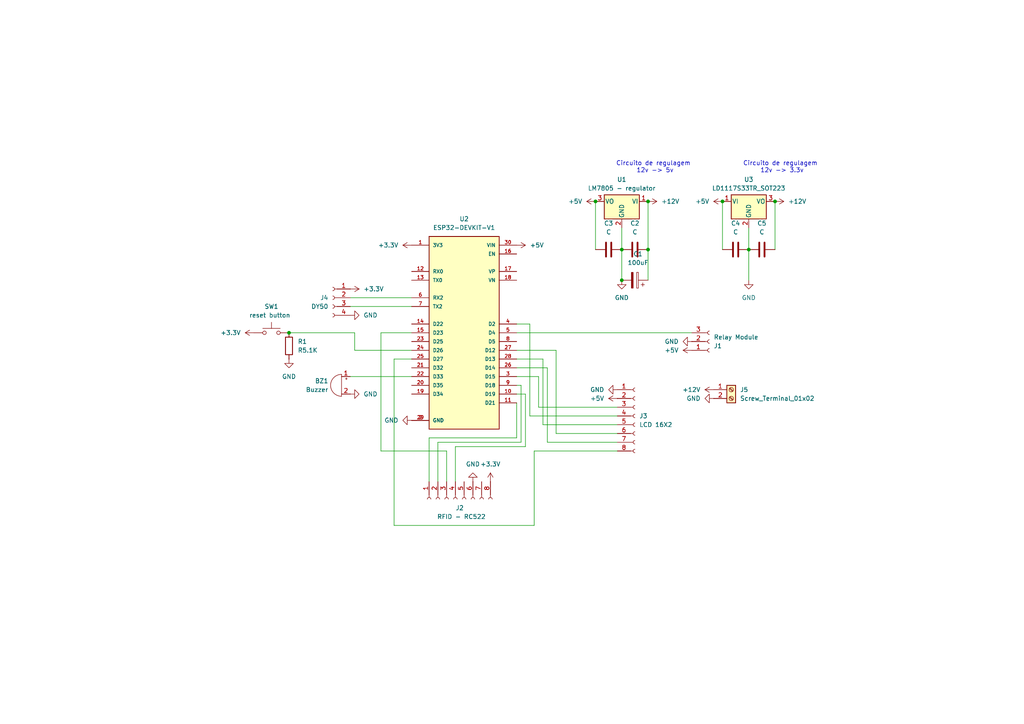
<source format=kicad_sch>
(kicad_sch (version 20231120) (generator "eeschema") (generator_version "8.0")
  (paper "A4")
  (lib_symbols
    (symbol "Conn_01x08_Socket_1" (pin_names (offset 1.016) hide)
      (property "Reference" "J3" (at 1.27 0.0001 0))
      (property "Value" " RFID - RC522" (at 1.27 -2.5399 0))
      (symbol "Conn_01x08_Socket_1_1_1"
        (arc (start 0 -9.652) (mid -0.5058 -10.16) (end 0 -10.668) (stroke (width 0.1524)))
        (arc (start 0 -7.112) (mid -0.5058 -7.62) (end 0 -8.128) (stroke (width 0.1524)))
        (arc (start 0 -4.572) (mid -0.5058 -5.08) (end 0 -5.588) (stroke (width 0.1524)))
        (arc (start 0 -2.032) (mid -0.5058 -2.54) (end 0 -3.048) (stroke (width 0.1524)))
        (polyline (pts (xy -1.27 -10.16) (xy -0.508 -10.16)) (stroke (width 0.1524)))
        (polyline (pts (xy -1.27 -7.62) (xy -0.508 -7.62)) (stroke (width 0.1524)))
        (polyline (pts (xy -1.27 -5.08) (xy -0.508 -5.08)) (stroke (width 0.1524)))
        (polyline (pts (xy -1.27 -2.54) (xy -0.508 -2.54)) (stroke (width 0.1524)))
        (polyline (pts (xy -1.27 0) (xy -0.508 0)) (stroke (width 0.1524)))
        (polyline (pts (xy -1.27 2.54) (xy -0.508 2.54)) (stroke (width 0.1524)))
        (polyline (pts (xy -1.27 5.08) (xy -0.508 5.08)) (stroke (width 0.1524)))
        (polyline (pts (xy -1.27 7.62) (xy -0.508 7.62)) (stroke (width 0.1524)))
        (arc (start 0 0.508) (mid -0.5058 0) (end 0 -0.508) (stroke (width 0.1524)))
        (arc (start 0 3.048) (mid -0.5058 2.54) (end 0 2.032) (stroke (width 0.1524)))
        (arc (start 0 5.588) (mid -0.5058 5.08) (end 0 4.572) (stroke (width 0.1524)))
        (arc (start 0 8.128) (mid -0.5058 7.62) (end 0 7.112) (stroke (width 0.1524)))
        (pin power_in line (at -5.08 7.62 0) (length 3.81) (name "VSS(GND)") (number "1"))
        (pin power_in line (at -5.08 5.08 0) (length 3.81) (name "VDD(5V)") (number "2"))
        (pin input line (at -5.08 2.54 0) (length 3.81) (name "RS") (number "3"))
        (pin input line (at -5.08 0 0) (length 3.81) (name "E") (number "4"))
        (pin input line (at -5.08 -2.54 0) (length 3.81) (name "D4") (number "5"))
        (pin input line (at -5.08 -5.08 0) (length 3.81) (name "D5") (number "6"))
        (pin input line (at -5.08 -7.62 0) (length 3.81) (name "D6") (number "7"))
        (pin input line (at -5.08 -10.16 0) (length 3.81) (name "D7") (number "8"))
      )
    )
    (symbol "Connector:Conn_01x03_Socket" (pin_names (offset 1.016) hide)
      (property "Reference" "J1" (at 1.27 1.2701 0))
      (property "Value" "Relay Module" (at 1.27 -1.2699 0))
      (symbol "Conn_01x03_Socket_1_1"
        (arc (start 0 -2.032) (mid -0.5058 -2.54) (end 0 -3.048) (stroke (width 0.1524)))
        (polyline (pts (xy -1.27 -2.54) (xy -0.508 -2.54)) (stroke (width 0.1524)))
        (polyline (pts (xy -1.27 0) (xy -0.508 0)) (stroke (width 0.1524)))
        (polyline (pts (xy -1.27 2.54) (xy -0.508 2.54)) (stroke (width 0.1524)))
        (arc (start 0 0.508) (mid -0.5058 0) (end 0 -0.508) (stroke (width 0.1524)))
        (arc (start 0 3.048) (mid -0.5058 2.54) (end 0 2.032) (stroke (width 0.1524)))
        (pin power_in line (at -5.08 2.54 0) (length 3.81) (name "5V") (number "1"))
        (pin power_in line (at -5.08 0 0) (length 3.81) (name "GND") (number "2"))
        (pin input line (at -5.08 -2.54 0) (length 3.81) (name "IN") (number "3"))
      )
    )
    (symbol "Connector:Conn_01x04_Socket" (pin_names (offset 1.016) hide)
      (property "Reference" "J4" (at 1.27 0.0001 0))
      (property "Value" "DY50" (at 1.27 -2.5399 0))
      (symbol "Conn_01x04_Socket_1_1"
        (arc (start 0 -4.572) (mid -0.5058 -5.08) (end 0 -5.588) (stroke (width 0.1524)))
        (arc (start 0 -2.032) (mid -0.5058 -2.54) (end 0 -3.048) (stroke (width 0.1524)))
        (polyline (pts (xy -1.27 -5.08) (xy -0.508 -5.08)) (stroke (width 0.1524)))
        (polyline (pts (xy -1.27 -2.54) (xy -0.508 -2.54)) (stroke (width 0.1524)))
        (polyline (pts (xy -1.27 0) (xy -0.508 0)) (stroke (width 0.1524)))
        (polyline (pts (xy -1.27 2.54) (xy -0.508 2.54)) (stroke (width 0.1524)))
        (arc (start 0 0.508) (mid -0.5058 0) (end 0 -0.508) (stroke (width 0.1524)))
        (arc (start 0 3.048) (mid -0.5058 2.54) (end 0 2.032) (stroke (width 0.1524)))
        (pin power_in line (at -5.08 2.54 0) (length 3.81) (name "3.3V") (number "1"))
        (pin input line (at -5.08 0 0) (length 3.81) (name "TX") (number "2"))
        (pin input line (at -5.08 -2.54 0) (length 3.81) (name "RX") (number "3"))
        (pin power_in line (at -5.08 -5.08 0) (length 3.81) (name "GND") (number "4"))
      )
    )
    (symbol "Connector:Conn_01x08_Socket" (pin_names (offset 1.016) hide)
      (property "Reference" "J2" (at 1.27 0.0001 0))
      (property "Value" " RFID - RC522" (at 1.27 -2.5399 0))
      (symbol "Conn_01x08_Socket_1_1"
        (arc (start 0 -9.652) (mid -0.5058 -10.16) (end 0 -10.668) (stroke (width 0.1524)))
        (arc (start 0 -7.112) (mid -0.5058 -7.62) (end 0 -8.128) (stroke (width 0.1524)))
        (arc (start 0 -4.572) (mid -0.5058 -5.08) (end 0 -5.588) (stroke (width 0.1524)))
        (arc (start 0 -2.032) (mid -0.5058 -2.54) (end 0 -3.048) (stroke (width 0.1524)))
        (polyline (pts (xy -1.27 -10.16) (xy -0.508 -10.16)) (stroke (width 0.1524)))
        (polyline (pts (xy -1.27 -7.62) (xy -0.508 -7.62)) (stroke (width 0.1524)))
        (polyline (pts (xy -1.27 -5.08) (xy -0.508 -5.08)) (stroke (width 0.1524)))
        (polyline (pts (xy -1.27 -2.54) (xy -0.508 -2.54)) (stroke (width 0.1524)))
        (polyline (pts (xy -1.27 0) (xy -0.508 0)) (stroke (width 0.1524)))
        (polyline (pts (xy -1.27 2.54) (xy -0.508 2.54)) (stroke (width 0.1524)))
        (polyline (pts (xy -1.27 5.08) (xy -0.508 5.08)) (stroke (width 0.1524)))
        (polyline (pts (xy -1.27 7.62) (xy -0.508 7.62)) (stroke (width 0.1524)))
        (arc (start 0 0.508) (mid -0.5058 0) (end 0 -0.508) (stroke (width 0.1524)))
        (arc (start 0 3.048) (mid -0.5058 2.54) (end 0 2.032) (stroke (width 0.1524)))
        (arc (start 0 5.588) (mid -0.5058 5.08) (end 0 4.572) (stroke (width 0.1524)))
        (arc (start 0 8.128) (mid -0.5058 7.62) (end 0 7.112) (stroke (width 0.1524)))
        (pin output line (at -5.08 7.62 0) (length 3.81) (name "SDA") (number "1"))
        (pin output line (at -5.08 5.08 0) (length 3.81) (name "SCK") (number "2"))
        (pin output line (at -5.08 2.54 0) (length 3.81) (name "MOSI") (number "3"))
        (pin output line (at -5.08 0 0) (length 3.81) (name "MISO") (number "4"))
        (pin output line (at -5.08 -2.54 0) (length 3.81) (name "IRQ") (number "5"))
        (pin power_in line (at -5.08 -5.08 0) (length 3.81) (name "GND") (number "6"))
        (pin passive line (at -5.08 -7.62 0) (length 3.81) (name "RST") (number "7"))
        (pin power_in line (at -5.08 -10.16 0) (length 3.81) (name "3.3V") (number "8"))
      )
    )
    (symbol "Connector:Screw_Terminal_01x02" (pin_names (offset 1.016) hide)
      (property "Reference" "J" (at 0 2.54 0))
      (property "Value" "Screw_Terminal_01x02" (at 0 -5.08 0))
      (symbol "Screw_Terminal_01x02_1_1"
        (rectangle (start -1.27 1.27) (end 1.27 -3.81) (stroke (width 0.254)) (fill (type background)))
        (circle (center 0 -2.54) (radius 0.635) (stroke (width 0.1524)))
        (polyline (pts (xy -0.5334 -2.2098) (xy 0.3302 -3.048)) (stroke (width 0.1524)))
        (polyline (pts (xy -0.5334 0.3302) (xy 0.3302 -0.508)) (stroke (width 0.1524)))
        (polyline (pts (xy -0.3556 -2.032) (xy 0.508 -2.8702)) (stroke (width 0.1524)))
        (polyline (pts (xy -0.3556 0.508) (xy 0.508 -0.3302)) (stroke (width 0.1524)))
        (circle (center 0 0) (radius 0.635) (stroke (width 0.1524)))
        (pin passive line (at -5.08 0 0) (length 3.81) (name "Pin_1") (number "1"))
        (pin passive line (at -5.08 -2.54 0) (length 3.81) (name "Pin_2") (number "2"))
      )
    )
    (symbol "Device:Buzzer" (pin_names (offset 0.0254) hide)
      (property "Reference" "BZ" (at 3.81 1.27 0))
      (property "Value" "Buzzer" (at 3.81 -1.27 0))
      (symbol "Buzzer_0_1"
        (arc (start 0 -3.175) (mid 3.1612 0) (end 0 3.175))
        (polyline (pts (xy -1.651 1.905) (xy -1.143 1.905)))
        (polyline (pts (xy -1.397 2.159) (xy -1.397 1.651)))
        (polyline (pts (xy 0 3.175) (xy 0 -3.175)))
      )
      (symbol "Buzzer_1_1"
        (pin passive line (at -2.54 2.54 0) (length 2.54) (name "+") (number "1"))
        (pin passive line (at -2.54 -2.54 0) (length 2.54) (name "-") (number "2"))
      )
    )
    (symbol "Device:C" (pin_numbers hide) (pin_names (offset 0.254))
      (property "Reference" "C" (at 0.635 2.54 0))
      (property "Value" "C" (at 0.635 -2.54 0))
      (symbol "C_0_1"
        (polyline (pts (xy -2.032 -0.762) (xy 2.032 -0.762)) (stroke (width 0.508)))
        (polyline (pts (xy -2.032 0.762) (xy 2.032 0.762)) (stroke (width 0.508)))
      )
      (symbol "C_1_1"
        (pin passive line (at 0 3.81 270) (length 2.794) (name "~") (number "1"))
        (pin passive line (at 0 -3.81 90) (length 2.794) (name "~") (number "2"))
      )
    )
    (symbol "Device:C_Polarized" (pin_numbers hide) (pin_names (offset 0.254))
      (property "Reference" "C" (at 0.635 2.54 0))
      (property "Value" "C_Polarized" (at 0.635 -2.54 0))
      (symbol "C_Polarized_0_1"
        (rectangle (start -2.286 0.508) (end 2.286 1.016))
        (polyline (pts (xy -1.778 2.286) (xy -0.762 2.286)))
        (polyline (pts (xy -1.27 2.794) (xy -1.27 1.778)))
        (rectangle (start 2.286 -0.508) (end -2.286 -1.016) (fill (type outline)))
      )
      (symbol "C_Polarized_1_1"
        (pin passive line (at 0 3.81 270) (length 2.794) (name "~") (number "1"))
        (pin passive line (at 0 -3.81 90) (length 2.794) (name "~") (number "2"))
      )
    )
    (symbol "Device:R" (pin_numbers hide) (pin_names (offset 0))
      (property "Reference" "R" (at 2.032 0 90))
      (property "Value" "R" (at 0 0 90))
      (symbol "R_0_1"
        (rectangle (start -1.016 -2.54) (end 1.016 2.54) (stroke (width 0.254)))
      )
      (symbol "R_1_1"
        (pin passive line (at 0 3.81 270) (length 1.27) (name "~") (number "1"))
        (pin passive line (at 0 -3.81 90) (length 1.27) (name "~") (number "2"))
      )
    )
    (symbol "ESP32-DEVKIT-V1:ESP32-DEVKIT-V1" (pin_names (offset 1.016))
      (property "Reference" "U" (at -10.16 30.48 0))
      (property "Value" "ESP32-DEVKIT-V1" (at -10.16 -30.48 0))
      (symbol "ESP32-DEVKIT-V1_0_0"
        (rectangle (start -10.16 -27.94) (end 10.16 27.94) (stroke (width 0.254)) (fill (type background)))
        (pin output line (at 15.24 25.4 180) (length 5.08) (name "3V3") (number "1"))
        (pin bidirectional line (at -15.24 -17.78 0) (length 5.08) (name "D19") (number "10"))
        (pin bidirectional line (at -15.24 -20.32 0) (length 5.08) (name "D21") (number "11"))
        (pin input line (at 15.24 17.78 180) (length 5.08) (name "RX0") (number "12"))
        (pin output line (at 15.24 15.24 180) (length 5.08) (name "TX0") (number "13"))
        (pin bidirectional line (at 15.24 2.54 180) (length 5.08) (name "D22") (number "14"))
        (pin bidirectional line (at 15.24 0 180) (length 5.08) (name "D23") (number "15"))
        (pin input line (at -15.24 22.86 0) (length 5.08) (name "EN") (number "16"))
        (pin bidirectional line (at -15.24 17.78 0) (length 5.08) (name "VP") (number "17"))
        (pin bidirectional line (at -15.24 15.24 0) (length 5.08) (name "VN") (number "18"))
        (pin bidirectional line (at 15.24 -17.78 180) (length 5.08) (name "D34") (number "19"))
        (pin power_in line (at 15.24 -25.4 180) (length 5.08) (name "GND") (number "2"))
        (pin bidirectional line (at 15.24 -15.24 180) (length 5.08) (name "D35") (number "20"))
        (pin bidirectional line (at 15.24 -10.16 180) (length 5.08) (name "D32") (number "21"))
        (pin bidirectional line (at 15.24 -12.7 180) (length 5.08) (name "D33") (number "22"))
        (pin bidirectional line (at 15.24 -2.54 180) (length 5.08) (name "D25") (number "23"))
        (pin bidirectional line (at 15.24 -5.08 180) (length 5.08) (name "D26") (number "24"))
        (pin bidirectional line (at 15.24 -7.62 180) (length 5.08) (name "D27") (number "25"))
        (pin bidirectional line (at -15.24 -10.16 0) (length 5.08) (name "D14") (number "26"))
        (pin bidirectional line (at -15.24 -5.08 0) (length 5.08) (name "D12") (number "27"))
        (pin bidirectional line (at -15.24 -7.62 0) (length 5.08) (name "D13") (number "28"))
        (pin power_in line (at 15.24 -25.4 180) (length 5.08) (name "GND") (number "29"))
        (pin bidirectional line (at -15.24 -12.7 0) (length 5.08) (name "D15") (number "3"))
        (pin input line (at -15.24 25.4 0) (length 5.08) (name "VIN") (number "30"))
        (pin bidirectional line (at -15.24 2.54 0) (length 5.08) (name "D2") (number "4"))
        (pin bidirectional line (at -15.24 0 0) (length 5.08) (name "D4") (number "5"))
        (pin input line (at 15.24 10.16 180) (length 5.08) (name "RX2") (number "6"))
        (pin output line (at 15.24 7.62 180) (length 5.08) (name "TX2") (number "7"))
        (pin bidirectional line (at -15.24 -2.54 0) (length 5.08) (name "D5") (number "8"))
        (pin bidirectional line (at -15.24 -15.24 0) (length 5.08) (name "D18") (number "9"))
      )
    )
    (symbol "Regulator_Linear:LM7805_TO220" (pin_names (offset 0.254))
      (property "Reference" "U" (at -3.81 3.175 0))
      (property "Value" "LM7805_TO220" (at 0 3.175 0))
      (symbol "LM7805_TO220_0_1"
        (rectangle (start -5.08 1.905) (end 5.08 -5.08) (stroke (width 0.254)) (fill (type background)))
      )
      (symbol "LM7805_TO220_1_1"
        (pin power_in line (at -7.62 0 0) (length 2.54) (name "VI") (number "1"))
        (pin power_in line (at 0 -7.62 90) (length 2.54) (name "GND") (number "2"))
        (pin power_out line (at 7.62 0 180) (length 2.54) (name "VO") (number "3"))
      )
    )
    (symbol "Switch:SW_Push" (pin_numbers hide) (pin_names (offset 1.016) hide)
      (property "Reference" "SW" (at 1.27 2.54 0))
      (property "Value" "SW_Push" (at 0 -1.524 0))
      (symbol "SW_Push_0_1"
        (circle (center -2.032 0) (radius 0.508))
        (polyline (pts (xy 0 1.27) (xy 0 3.048)))
        (polyline (pts (xy 2.54 1.27) (xy -2.54 1.27)))
        (circle (center 2.032 0) (radius 0.508))
        (pin passive line (at -5.08 0 0) (length 2.54) (name "1") (number "1"))
        (pin passive line (at 5.08 0 180) (length 2.54) (name "2") (number "2"))
      )
    )
    (symbol "power:+12V" (power) (pin_numbers hide) (pin_names (offset 0) hide)
      (property "Value" "+12V" (at 0 3.556 0))
      (symbol "+12V_0_1"
        (polyline (pts (xy -0.762 1.27) (xy 0 2.54)))
        (polyline (pts (xy 0 0) (xy 0 2.54)))
        (polyline (pts (xy 0 2.54) (xy 0.762 1.27)))
      )
      (symbol "+12V_1_1"
        (pin power_in line (at 0 0 90) (length 0) (name "~") (number "1"))
      )
    )
    (symbol "power:+3.3V" (power) (pin_numbers hide) (pin_names (offset 0) hide)
      (property "Value" "+3.3V" (at 0 3.556 0))
      (symbol "+3.3V_0_1"
        (polyline (pts (xy -0.762 1.27) (xy 0 2.54)))
        (polyline (pts (xy 0 0) (xy 0 2.54)))
        (polyline (pts (xy 0 2.54) (xy 0.762 1.27)))
      )
      (symbol "+3.3V_1_1"
        (pin power_in line (at 0 0 90) (length 0) (name "~") (number "1"))
      )
    )
    (symbol "power:+5V" (power) (pin_numbers hide) (pin_names (offset 0) hide)
      (property "Value" "+5V" (at 0 3.556 0))
      (symbol "+5V_0_1"
        (polyline (pts (xy -0.762 1.27) (xy 0 2.54)))
        (polyline (pts (xy 0 0) (xy 0 2.54)))
        (polyline (pts (xy 0 2.54) (xy 0.762 1.27)))
      )
      (symbol "+5V_1_1"
        (pin power_in line (at 0 0 90) (length 0) (name "~") (number "1"))
      )
    )
    (symbol "power:GND" (power) (pin_numbers hide) (pin_names (offset 0) hide)
      (property "Value" "GND" (at 0 -3.81 0))
      (symbol "GND_0_1"
        (polyline (pts (xy 0 0) (xy 0 -1.27) (xy 1.27 -1.27) (xy 0 -2.54) (xy -1.27 -1.27) (xy 0 -1.27)))
      )
      (symbol "GND_1_1"
        (pin power_in line (at 0 0 270) (length 0) (name "~") (number "1"))
      )
    )
  )
  (junction (at 209.55 58.42))
  (junction (at 187.96 58.42))
  (junction (at 224.79 58.42))
  (junction (at 180.34 72.39))
  (junction (at 187.96 72.39))
  (junction (at 180.34 81.28))
  (junction (at 217.17 72.39))
  (junction (at 83.82 96.52))
  (junction (at 172.72 58.42))
  (wire (pts (xy 110.49 130.81) (xy 129.54 130.81)))
  (wire (pts (xy 187.96 72.39) (xy 187.96 81.28)))
  (wire (pts (xy 180.34 66.04) (xy 180.34 72.39)))
  (wire (pts (xy 119.38 96.52) (xy 110.49 96.52)))
  (wire (pts (xy 158.75 106.68) (xy 149.86 106.68)))
  (wire (pts (xy 114.3 104.14) (xy 119.38 104.14)))
  (wire (pts (xy 149.86 127) (xy 124.46 127)))
  (wire (pts (xy 180.34 72.39) (xy 180.34 81.28)))
  (wire (pts (xy 156.21 118.11) (xy 156.21 109.22)))
  (wire (pts (xy 153.67 93.98) (xy 149.86 93.98)))
  (wire (pts (xy 154.94 130.81) (xy 154.94 152.4)))
  (wire (pts (xy 124.46 127) (xy 124.46 139.7)))
  (wire (pts (xy 127 128.27) (xy 127 139.7)))
  (wire (pts (xy 83.82 96.52) (xy 102.87 96.52)))
  (wire (pts (xy 179.07 120.65) (xy 153.67 120.65)))
  (wire (pts (xy 161.29 125.73) (xy 161.29 101.6)))
  (wire (pts (xy 217.17 72.39) (xy 217.17 81.28)))
  (wire (pts (xy 114.3 152.4) (xy 114.3 104.14)))
  (wire (pts (xy 179.07 118.11) (xy 156.21 118.11)))
  (wire (pts (xy 101.6 109.22) (xy 119.38 109.22)))
  (wire (pts (xy 101.6 88.9) (xy 119.38 88.9)))
  (wire (pts (xy 156.21 109.22) (xy 149.86 109.22)))
  (wire (pts (xy 161.29 125.73) (xy 179.07 125.73)))
  (wire (pts (xy 149.86 96.52) (xy 200.66 96.52)))
  (wire (pts (xy 102.87 96.52) (xy 102.87 101.6)))
  (wire (pts (xy 172.72 58.42) (xy 172.72 72.39)))
  (wire (pts (xy 152.4 129.54) (xy 132.08 129.54)))
  (wire (pts (xy 149.86 114.3) (xy 152.4 114.3)))
  (wire (pts (xy 110.49 96.52) (xy 110.49 130.81)))
  (wire (pts (xy 157.48 123.19) (xy 157.48 104.14)))
  (wire (pts (xy 179.07 128.27) (xy 158.75 128.27)))
  (wire (pts (xy 187.96 58.42) (xy 187.96 72.39)))
  (wire (pts (xy 149.86 116.84) (xy 149.86 127)))
  (wire (pts (xy 224.79 58.42) (xy 224.79 72.39)))
  (wire (pts (xy 151.13 128.27) (xy 127 128.27)))
  (wire (pts (xy 149.86 111.76) (xy 151.13 111.76)))
  (wire (pts (xy 179.07 130.81) (xy 154.94 130.81)))
  (wire (pts (xy 157.48 104.14) (xy 149.86 104.14)))
  (wire (pts (xy 179.07 123.19) (xy 157.48 123.19)))
  (wire (pts (xy 161.29 101.6) (xy 149.86 101.6)))
  (wire (pts (xy 154.94 152.4) (xy 114.3 152.4)))
  (wire (pts (xy 151.13 111.76) (xy 151.13 128.27)))
  (wire (pts (xy 101.6 86.36) (xy 119.38 86.36)))
  (wire (pts (xy 153.67 120.65) (xy 153.67 93.98)))
  (wire (pts (xy 209.55 58.42) (xy 209.55 72.39)))
  (wire (pts (xy 132.08 129.54) (xy 132.08 139.7)))
  (wire (pts (xy 102.87 101.6) (xy 119.38 101.6)))
  (wire (pts (xy 158.75 128.27) (xy 158.75 106.68)))
  (wire (pts (xy 129.54 130.81) (xy 129.54 139.7)))
  (wire (pts (xy 217.17 66.04) (xy 217.17 72.39)))
  (wire (pts (xy 152.4 114.3) (xy 152.4 129.54)))
  (text "Circuito de regulagem \n12v -> 3.3v" (at 226.822 48.514 0) (effects (font (size 1.27 1.27))))
  (text "Circuito de regulagem \n12v -> 5v" (at 189.992 48.514 0) (effects (font (size 1.27 1.27))))
  (symbol (lib_id "Device:C_Polarized") (at 184.15 81.28 270) (mirror x) (unit 1)
    (property "Reference" "C1" (at 185.039 73.66 90))
    (property "Value" "100uF" (at 185.039 76.2 90))
    (property "Footprint" "Capacitor_THT:CP_Radial_D6.3mm_P2.50mm" (effects (hide yes)))
    (property "Description" "Polarized capacitor" (effects (hide yes)))
  )
  (symbol (lib_id "power:+5V") (at 149.86 71.12 270) (unit 1)
    (property "Reference" "#PWR04" (effects (hide yes)))
    (property "Value" "+5V" (at 153.67 71.1199 90) (effects (justify left)))
    (property "Description" "Power symbol creates a global label with name \"+5V\"" (effects (hide yes)))
  )
  (symbol (lib_id "Connector:Conn_01x03_Socket") (at 205.74 99.06 0) (mirror x) (unit 1)
    (property "Reference" "J1" (at 207.01 100.3301 0) (effects (justify left)))
    (property "Value" "Relay Module" (at 207.01 97.7901 0) (effects (justify left)))
    (property "Footprint" "Connector_JST:JST_XH_B3B-XH-A_1x03_P2.50mm_Vertical" (effects (hide yes)))
    (property "Description" "Generic connector, single row, 01x03, script generated" (effects (hide yes)))
  )
  (symbol (lib_id "Device:R") (at 83.82 100.33 180) (unit 1)
    (property "Reference" "R1" (at 86.36 99.0599 0) (effects (justify right)))
    (property "Value" "R5.1K" (at 86.36 101.5999 0) (effects (justify right)))
    (property "Footprint" "Resistor_THT:R_Axial_DIN0204_L3.6mm_D1.6mm_P7.62mm_Horizontal" (effects (hide yes)))
    (property "Description" "Resistor" (effects (hide yes)))
  )
  (symbol (lib_id "power:+3.3V") (at 119.38 71.12 90) (unit 1)
    (property "Reference" "#PWR012" (effects (hide yes)))
    (property "Value" "+3.3V" (at 115.57 71.1199 90) (effects (justify left)))
    (property "Description" "Power symbol creates a global label with name \"+3.3V\"" (effects (hide yes)))
  )
  (symbol (lib_id "Device:Buzzer") (at 99.06 111.76 0) (mirror y) (unit 1)
    (property "Reference" "BZ1" (at 95.25 110.4899 0) (effects (justify left)))
    (property "Value" "Buzzer" (at 95.25 113.0299 0) (effects (justify left)))
    (property "Footprint" "Buzzer_Beeper:Buzzer_12x9.5RM7.6" (effects (hide yes)))
    (property "Description" "Buzzer, polarized" (effects (hide yes)))
  )
  (symbol (lib_id "power:+3.3V") (at 101.6 83.82 270) (unit 1)
    (property "Reference" "#PWR02" (effects (hide yes)))
    (property "Value" "+3.3V" (at 105.41 83.8199 90) (effects (justify left)))
    (property "Description" "Power symbol creates a global label with name \"+3.3V\"" (effects (hide yes)))
  )
  (symbol (lib_id "Connector:Screw_Terminal_01x02") (at 212.09 113.03 0) (unit 1)
    (property "Reference" "J5" (at 214.63 113.0299 0) (effects (justify left)))
    (property "Value" "Screw_Terminal_01x02" (at 214.63 115.5699 0) (effects (justify left)))
    (property "Footprint" "TerminalBlock_MetzConnect:TerminalBlock_MetzConnect_Type094_RT03502HBLU_1x02_P5.00mm_Horizontal" (effects (hide yes)))
    (property "Description" "Generic screw terminal, single row, 01x02, script generated (kicad-library-utils/schlib/autogen/connector/)" (effects (hide yes)))
  )
  (symbol (lib_id "power:GND") (at 83.82 104.14 0) (mirror y) (unit 1)
    (property "Reference" "#PWR014" (effects (hide yes)))
    (property "Value" "GND" (at 83.82 109.22 0))
    (property "Description" "Power symbol creates a global label with name \"GND\" , ground" (effects (hide yes)))
  )
  (symbol (lib_name "Conn_01x08_Socket_1") (lib_id "Connector:Conn_01x08_Socket") (at 184.15 120.65 0) (unit 1)
    (property "Reference" "J3" (at 185.42 120.6499 0) (effects (justify left)))
    (property "Value" "LCD 16X2" (at 185.42 123.1899 0) (effects (justify left)))
    (property "Footprint" "Connector_JST:JST_XH_B8B-XH-A_1x08_P2.50mm_Vertical" (effects (hide yes)))
    (property "Description" "Generic connector, single row, 01x08, script generated, Conn_01x08_Socket" (effects (hide yes)))
  )
  (symbol (lib_id "Device:C") (at 220.98 72.39 90) (mirror x) (unit 1)
    (property "Reference" "C5" (at 220.98 64.77 90))
    (property "Value" "C" (at 220.98 67.31 90))
    (property "Footprint" "Capacitor_THT:C_Radial_D6.3mm_H7.0mm_P2.50mm" (effects (hide yes)))
    (property "Description" "Unpolarized capacitor" (effects (hide yes)))
  )
  (symbol (lib_id "power:+3.3V") (at 73.66 96.52 90) (mirror x) (unit 1)
    (property "Reference" "#PWR015" (effects (hide yes)))
    (property "Value" "+3.3V" (at 69.85 96.5199 90) (effects (justify left)))
    (property "Description" "Power symbol creates a global label with name \"+3.3V\"" (effects (hide yes)))
  )
  (symbol (lib_id "Connector:Conn_01x04_Socket") (at 96.52 86.36 0) (mirror y) (unit 1)
    (property "Reference" "J4" (at 95.25 86.3599 0) (effects (justify left)))
    (property "Value" "DY50" (at 95.25 88.8999 0) (effects (justify left)))
    (property "Footprint" "Connector_JST:JST_XH_B4B-XH-A_1x04_P2.50mm_Vertical" (effects (hide yes)))
    (property "Description" "Generic connector, single row, 01x04, script generated" (effects (hide yes)))
  )
  (symbol (lib_id "Device:C") (at 213.36 72.39 90) (mirror x) (unit 1)
    (property "Reference" "C4" (at 213.36 64.77 90))
    (property "Value" "C" (at 213.36 67.31 90))
    (property "Footprint" "Capacitor_THT:C_Radial_D6.3mm_H7.0mm_P2.50mm" (effects (hide yes)))
    (property "Description" "Unpolarized capacitor" (effects (hide yes)))
  )
  (symbol (lib_id "Device:C") (at 176.53 72.39 90) (mirror x) (unit 1)
    (property "Reference" "C3" (at 176.53 64.77 90))
    (property "Value" "C" (at 176.53 67.31 90))
    (property "Footprint" "Capacitor_THT:C_Radial_D6.3mm_H7.0mm_P2.50mm" (effects (hide yes)))
    (property "Description" "Unpolarized capacitor" (effects (hide yes)))
  )
  (symbol (lib_id "power:+3.3V") (at 142.24 139.7 0) (unit 1)
    (property "Reference" "#PWR011" (effects (hide yes)))
    (property "Value" "+3.3V" (at 142.24 134.62 0))
    (property "Description" "Power symbol creates a global label with name \"+3.3V\"" (effects (hide yes)))
  )
  (symbol (lib_id "power:+12V") (at 187.96 58.42 270) (unit 1)
    (property "Reference" "#PWR05" (effects (hide yes)))
    (property "Value" "+12V" (at 191.77 58.4199 90) (effects (justify left)))
    (property "Description" "Power symbol creates a global label with name \"+12V\"" (effects (hide yes)))
  )
  (symbol (lib_id "power:+5V") (at 200.66 101.6 90) (unit 1)
    (property "Reference" "#PWR07" (effects (hide yes)))
    (property "Value" "+5V" (at 196.85 101.6001 90) (effects (justify left)))
    (property "Description" "Power symbol creates a global label with name \"+5V\"" (effects (hide yes)))
  )
  (symbol (lib_id "power:+5V") (at 172.72 58.42 90) (unit 1)
    (property "Reference" "#PWR03" (effects (hide yes)))
    (property "Value" "+5V" (at 168.91 58.4199 90) (effects (justify left)))
    (property "Description" "Power symbol creates a global label with name \"+5V\"" (effects (hide yes)))
  )
  (symbol (lib_id "power:GND") (at 200.66 99.06 270) (unit 1)
    (property "Reference" "#PWR08" (effects (hide yes)))
    (property "Value" "GND" (at 196.85 99.0601 90) (effects (justify right)))
    (property "Description" "Power symbol creates a global label with name \"GND\" , ground" (effects (hide yes)))
  )
  (symbol (lib_id "power:GND") (at 207.01 115.57 270) (unit 1)
    (property "Reference" "#PWR022" (effects (hide yes)))
    (property "Value" "GND" (at 203.2 115.5699 90) (effects (justify right)))
    (property "Description" "Power symbol creates a global label with name \"GND\" , ground" (effects (hide yes)))
  )
  (symbol (lib_id "power:GND") (at 137.16 139.7 180) (unit 1)
    (property "Reference" "#PWR010" (effects (hide yes)))
    (property "Value" "GND" (at 137.16 134.62 0))
    (property "Description" "Power symbol creates a global label with name \"GND\" , ground" (effects (hide yes)))
  )
  (symbol (lib_id "power:+5V") (at 179.07 115.57 90) (unit 1)
    (property "Reference" "#PWR017" (effects (hide yes)))
    (property "Value" "+5V" (at 175.26 115.5699 90) (effects (justify left)))
    (property "Description" "Power symbol creates a global label with name \"+5V\"" (effects (hide yes)))
  )
  (symbol (lib_id "power:GND") (at 180.34 81.28 0) (unit 1)
    (property "Reference" "#PWR06" (effects (hide yes)))
    (property "Value" "GND" (at 180.34 86.36 0))
    (property "Description" "Power symbol creates a global label with name \"GND\" , ground" (effects (hide yes)))
  )
  (symbol (lib_id "power:+12V") (at 224.79 58.42 270) (unit 1)
    (property "Reference" "#PWR020" (effects (hide yes)))
    (property "Value" "+12V" (at 228.6 58.4199 90) (effects (justify left)))
    (property "Description" "Power symbol creates a global label with name \"+12V\"" (effects (hide yes)))
  )
  (symbol (lib_id "Connector:Conn_01x08_Socket") (at 132.08 144.78 90) (mirror x) (unit 1)
    (property "Reference" "J2" (at 133.35 147.32 90))
    (property "Value" " RFID - RC522" (at 133.35 149.86 90))
    (property "Footprint" "Connector_JST:JST_XH_B8B-XH-A_1x08_P2.50mm_Vertical" (effects (hide yes)))
    (property "Description" "Generic connector, single row, 01x08, script generated, Conn_01x08_Socket" (effects (hide yes)))
  )
  (symbol (lib_id "Regulator_Linear:LM7805_TO220") (at 217.17 58.42 0) (unit 1)
    (property "Reference" "U3" (at 217.17 52.07 0))
    (property "Value" "LD1117S33TR_SOT223" (at 217.17 54.61 0))
    (property "Footprint" "Package_TO_SOT_THT:TO-220-3_Vertical" (effects (hide yes)))
    (property "Datasheet" "https://www.onsemi.cn/PowerSolutions/document/MC7800-D.PDF" (effects (hide yes)))
    (property "Description" "Positive 1A 35V Linear Regulator, Fixed Output 5V, TO-220" (effects (hide yes)))
  )
  (symbol (lib_id "power:GND") (at 101.6 114.3 90) (unit 1)
    (property "Reference" "#PWR013" (effects (hide yes)))
    (property "Value" "GND" (at 105.41 114.2999 90) (effects (justify right)))
    (property "Description" "Power symbol creates a global label with name \"GND\" , ground" (effects (hide yes)))
  )
  (symbol (lib_id "power:GND") (at 101.6 91.44 90) (unit 1)
    (property "Reference" "#PWR01" (effects (hide yes)))
    (property "Value" "GND" (at 105.41 91.4399 90) (effects (justify right)))
    (property "Description" "Power symbol creates a global label with name \"GND\" , ground" (effects (hide yes)))
  )
  (symbol (lib_id "ESP32-DEVKIT-V1:ESP32-DEVKIT-V1") (at 134.62 96.52 0) (mirror y) (unit 1)
    (property "Reference" "U2" (at 134.62 63.5 0))
    (property "Value" "ESP32-DEVKIT-V1" (at 134.62 66.04 0))
    (property "Footprint" "ESP32-DEVKIT-V1:MODULE_ESP32_DEVKIT_V1" (effects (hide yes)))
    (property "MF" "Do it" (effects (hide yes)))
    (property "MAXIMUM_PACKAGE_HEIGHT" "6.8 mm" (effects (hide yes)))
    (property "Package" "None" (effects (hide yes)))
    (property "Price" "None" (effects (hide yes)))
    (property "Check_prices" "https://www.snapeda.com/parts/ESP32-DEVKIT-V1/Do+it/view-part/?ref=eda" (effects (hide yes)))
    (property "STANDARD" "Manufacturer Recommendations" (effects (hide yes)))
    (property "PARTREV" "N/A" (effects (hide yes)))
    (property "SnapEDA_Link" "https://www.snapeda.com/parts/ESP32-DEVKIT-V1/Do+it/view-part/?ref=snap" (effects (hide yes)))
    (property "MP" "ESP32-DEVKIT-V1" (effects (hide yes)))
    (property "Description_1" "\nDual core, Wi-Fi: 2.4 GHz up to 150 Mbits/s,BLE (Bluetooth Low Energy) and legacy Bluetooth, 32 bits, Up to 240 MHz\n" (effects (hide yes)))
    (property "Availability" "Not in stock" (effects (hide yes)))
    (property "MANUFACTURER" "DOIT" (effects (hide yes)))
  )
  (symbol (lib_id "power:GND") (at 217.17 81.28 0) (unit 1)
    (property "Reference" "#PWR019" (effects (hide yes)))
    (property "Value" "GND" (at 217.17 86.36 0))
    (property "Description" "Power symbol creates a global label with name \"GND\" , ground" (effects (hide yes)))
  )
  (symbol (lib_id "Regulator_Linear:LM7805_TO220") (at 180.34 58.42 0) (mirror y) (unit 1)
    (property "Reference" "U1" (at 180.34 52.07 0))
    (property "Value" "LM7805 - regulator" (at 180.34 54.61 0))
    (property "Footprint" "Package_TO_SOT_THT:TO-220-3_Vertical" (effects (hide yes)))
    (property "Datasheet" "https://www.onsemi.cn/PowerSolutions/document/MC7800-D.PDF" (effects (hide yes)))
    (property "Description" "Positive 1A 35V Linear Regulator, Fixed Output 5V, TO-220" (effects (hide yes)))
  )
  (symbol (lib_id "power:GND") (at 119.38 121.92 270) (unit 1)
    (property "Reference" "#PWR09" (effects (hide yes)))
    (property "Value" "GND" (at 115.57 121.9201 90) (effects (justify right)))
    (property "Description" "Power symbol creates a global label with name \"GND\" , ground" (effects (hide yes)))
  )
  (symbol (lib_id "power:+12V") (at 207.01 113.03 90) (unit 1)
    (property "Reference" "#PWR021" (effects (hide yes)))
    (property "Value" "+12V" (at 203.2 113.0299 90) (effects (justify left)))
    (property "Description" "Power symbol creates a global label with name \"+12V\"" (effects (hide yes)))
  )
  (symbol (lib_id "Device:C") (at 184.15 72.39 90) (mirror x) (unit 1)
    (property "Reference" "C2" (at 184.15 64.77 90))
    (property "Value" "C" (at 184.15 67.31 90))
    (property "Footprint" "Capacitor_THT:C_Radial_D6.3mm_H7.0mm_P2.50mm" (effects (hide yes)))
    (property "Description" "Unpolarized capacitor" (effects (hide yes)))
  )
  (symbol (lib_id "Switch:SW_Push") (at 78.74 96.52 0) (unit 1)
    (property "Reference" "SW1" (at 78.74 88.9 0))
    (property "Value" "reset button " (at 78.74 91.44 0))
    (property "Footprint" "Button_Switch_THT:SW_PUSH_6mm_H4.3mm" (effects (hide yes)))
    (property "Description" "Push button switch, generic, two pins, SW_Push" (effects (hide yes)))
  )
  (symbol (lib_id "power:GND") (at 179.07 113.03 270) (unit 1)
    (property "Reference" "#PWR016" (effects (hide yes)))
    (property "Value" "GND" (at 175.26 113.0301 90) (effects (justify right)))
    (property "Description" "Power symbol creates a global label with name \"GND\" , ground" (effects (hide yes)))
  )
  (symbol (lib_id "power:+5V") (at 209.55 58.42 90) (unit 1)
    (property "Reference" "#PWR018" (effects (hide yes)))
    (property "Value" "+5V" (at 205.74 58.4199 90) (effects (justify left)))
    (property "Description" "Power symbol creates a global label with name \"+5V\"" (effects (hide yes)))
  )
)
</source>
